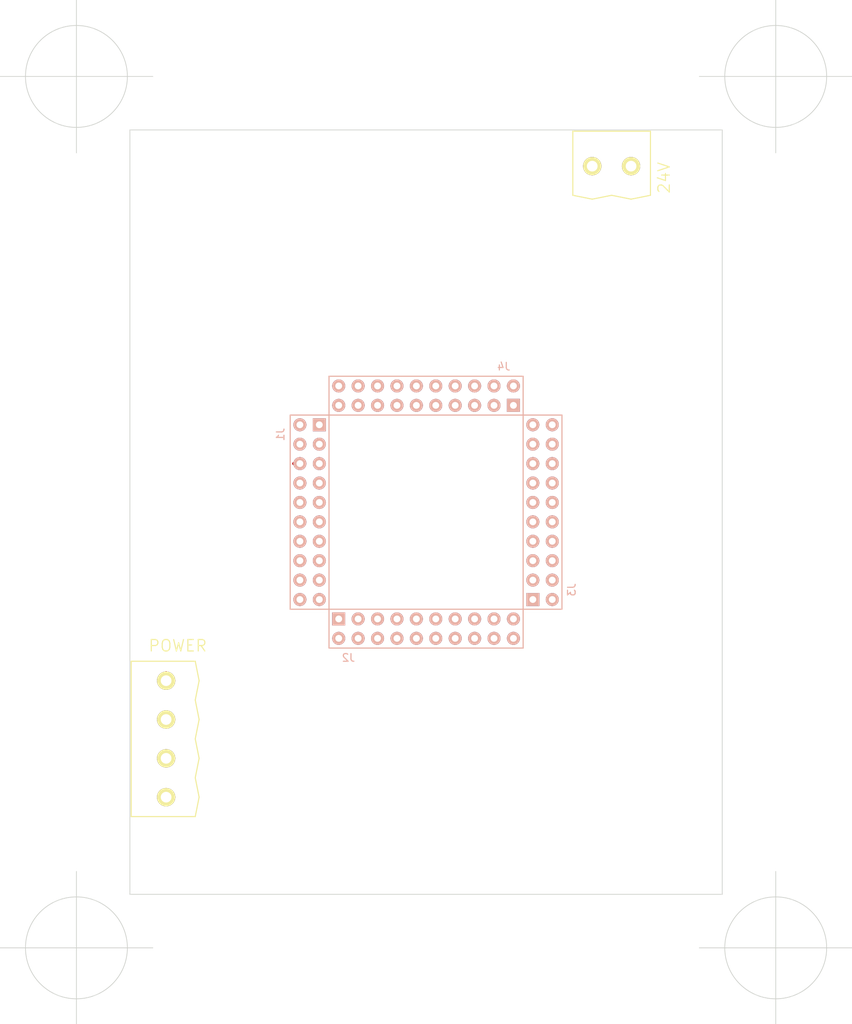
<source format=kicad_pcb>
(kicad_pcb (version 4) (host pcbnew "(2015-01-16 BZR 5376)-product")

  (general
    (links 7)
    (no_connects 6)
    (area 49.949999 49.949999 127.550001 150.050001)
    (thickness 1.6)
    (drawings 8)
    (tracks 12)
    (zones 0)
    (modules 6)
    (nets 80)
  )

  (page A4)
  (layers
    (0 F.Cu signal)
    (31 B.Cu signal hide)
    (32 B.Adhes user)
    (33 F.Adhes user)
    (34 B.Paste user)
    (35 F.Paste user)
    (36 B.SilkS user)
    (37 F.SilkS user)
    (38 B.Mask user)
    (39 F.Mask user)
    (40 Dwgs.User user)
    (41 Cmts.User user)
    (42 Eco1.User user)
    (43 Eco2.User user)
    (44 Edge.Cuts user)
    (45 Margin user)
    (46 B.CrtYd user)
    (47 F.CrtYd user)
    (48 B.Fab user)
    (49 F.Fab user)
  )

  (setup
    (last_trace_width 0.4)
    (user_trace_width 0.4)
    (user_trace_width 0.6)
    (user_trace_width 0.8)
    (trace_clearance 0.2)
    (zone_clearance 0.508)
    (zone_45_only no)
    (trace_min 0.2)
    (segment_width 0.2)
    (edge_width 0.1)
    (via_size 1.27)
    (via_drill 0.8)
    (via_min_size 0.4)
    (via_min_drill 0.3)
    (uvia_size 0.3)
    (uvia_drill 0.1)
    (uvias_allowed no)
    (uvia_min_size 0.2)
    (uvia_min_drill 0.1)
    (pcb_text_width 0.3)
    (pcb_text_size 1.5 1.5)
    (mod_edge_width 0.15)
    (mod_text_size 1 1)
    (mod_text_width 0.15)
    (pad_size 3 3)
    (pad_drill 3)
    (pad_to_mask_clearance 0)
    (aux_axis_origin 0 0)
    (visible_elements 7FFFFFFF)
    (pcbplotparams
      (layerselection 0x00030_80000001)
      (usegerberextensions false)
      (excludeedgelayer true)
      (linewidth 0.100000)
      (plotframeref false)
      (viasonmask false)
      (mode 1)
      (useauxorigin false)
      (hpglpennumber 1)
      (hpglpenspeed 20)
      (hpglpendiameter 15)
      (hpglpenoverlay 2)
      (psnegative false)
      (psa4output false)
      (plotreference true)
      (plotvalue true)
      (plotinvisibletext false)
      (padsonsilk false)
      (subtractmaskfromsilk false)
      (outputformat 1)
      (mirror false)
      (drillshape 1)
      (scaleselection 1)
      (outputdirectory ""))
  )

  (net 0 "")
  (net 1 GND)
  (net 2 +3.3V)
  (net 3 +5V)
  (net 4 RH3)
  (net 5 RH2)
  (net 6 RE0)
  (net 7 RE1)
  (net 8 RG0)
  (net 9 RG1)
  (net 10 RG2)
  (net 11 RG3)
  (net 12 ~MCLR)
  (net 13 RG4)
  (net 14 RH4)
  (net 15 RH5)
  (net 16 RA3)
  (net 17 RA2)
  (net 18 RA1)
  (net 19 RA0)
  (net 20 RJ7)
  (net 21 RJ6)
  (net 22 RC3)
  (net 23 RC2)
  (net 24 RC4)
  (net 25 RC5)
  (net 26 RB7)
  (net 27 RA7)
  (net 28 RA6)
  (net 29 RJ0)
  (net 30 RJ1)
  (net 31 RD6)
  (net 32 RD7)
  (net 33 RD5)
  (net 34 RD4)
  (net 35 RD3)
  (net 36 RD2)
  (net 37 RD1)
  (net 38 +14V)
  (net 39 +24V)
  (net 40 RE7)
  (net 41 RF2)
  (net 42 RE6)
  (net 43 RE4)
  (net 44 RE5)
  (net 45 RE2)
  (net 46 RE3)
  (net 47 RH0)
  (net 48 RA4)
  (net 49 VDDCORE)
  (net 50 RF7)
  (net 51 RF6)
  (net 52 RF5)
  (net 53 RF4)
  (net 54 RF3)
  (net 55 RH7)
  (net 56 RH6)
  (net 57 "Net-(J2-Pad11)")
  (net 58 "Net-(J2-Pad12)")
  (net 59 RA5)
  (net 60 RC1)
  (net 61 RC0)
  (net 62 RC6)
  (net 63 RC7)
  (net 64 RJ4)
  (net 65 RJ5)
  (net 66 RB6)
  (net 67 RB5)
  (net 68 RB4)
  (net 69 RB3)
  (net 70 RB2)
  (net 71 RB1)
  (net 72 RB0)
  (net 73 RJ3)
  (net 74 RJ2)
  (net 75 RD0)
  (net 76 RH1)
  (net 77 "Net-(J3-Pad7)")
  (net 78 "Net-(J3-Pad12)")
  (net 79 "Net-(J4-Pad12)")

  (net_class Default "This is the default net class."
    (clearance 0.2)
    (trace_width 0.4)
    (via_dia 1.27)
    (via_drill 0.8)
    (uvia_dia 0.3)
    (uvia_drill 0.1)
    (add_net +14V)
    (add_net +24V)
    (add_net +3.3V)
    (add_net +5V)
    (add_net GND)
    (add_net "Net-(J2-Pad11)")
    (add_net "Net-(J2-Pad12)")
    (add_net "Net-(J3-Pad12)")
    (add_net "Net-(J3-Pad7)")
    (add_net "Net-(J4-Pad12)")
    (add_net RA0)
    (add_net RA1)
    (add_net RA2)
    (add_net RA3)
    (add_net RA4)
    (add_net RA5)
    (add_net RA6)
    (add_net RA7)
    (add_net RB0)
    (add_net RB1)
    (add_net RB2)
    (add_net RB3)
    (add_net RB4)
    (add_net RB5)
    (add_net RB6)
    (add_net RB7)
    (add_net RC0)
    (add_net RC1)
    (add_net RC2)
    (add_net RC3)
    (add_net RC4)
    (add_net RC5)
    (add_net RC6)
    (add_net RC7)
    (add_net RD0)
    (add_net RD1)
    (add_net RD2)
    (add_net RD3)
    (add_net RD4)
    (add_net RD5)
    (add_net RD6)
    (add_net RD7)
    (add_net RE0)
    (add_net RE1)
    (add_net RE2)
    (add_net RE3)
    (add_net RE4)
    (add_net RE5)
    (add_net RE6)
    (add_net RE7)
    (add_net RF2)
    (add_net RF3)
    (add_net RF4)
    (add_net RF5)
    (add_net RF6)
    (add_net RF7)
    (add_net RG0)
    (add_net RG1)
    (add_net RG2)
    (add_net RG3)
    (add_net RG4)
    (add_net RH0)
    (add_net RH1)
    (add_net RH2)
    (add_net RH3)
    (add_net RH4)
    (add_net RH5)
    (add_net RH6)
    (add_net RH7)
    (add_net RJ0)
    (add_net RJ1)
    (add_net RJ2)
    (add_net RJ3)
    (add_net RJ4)
    (add_net RJ5)
    (add_net RJ6)
    (add_net RJ7)
    (add_net VDDCORE)
    (add_net ~MCLR)
  )

  (module bjh-kicad-connector-fp:Weidmuller-SL-5.08-Vertical-4Pole (layer F.Cu) (tedit 55B8C929) (tstamp 55B8E00D)
    (at 54.737 137.287 90)
    (path /558930F3/55B8A23C)
    (fp_text reference J5 (at 4.572 -5.588 90) (layer F.SilkS) hide
      (effects (font (size 1.5 1.5) (thickness 0.15)))
    )
    (fp_text value POWER (at 19.812 1.524 180) (layer F.SilkS)
      (effects (font (size 1.5 1.5) (thickness 0.15)))
    )
    (fp_line (start -2.54 3.81) (end 0 4.318) (layer F.SilkS) (width 0.15))
    (fp_line (start 0 4.318) (end 2.54 3.81) (layer F.SilkS) (width 0.15))
    (fp_line (start 2.54 3.81) (end 5.08 4.318) (layer F.SilkS) (width 0.15))
    (fp_line (start 5.08 4.318) (end 7.62 3.81) (layer F.SilkS) (width 0.15))
    (fp_line (start 7.62 3.81) (end 10.16 4.318) (layer F.SilkS) (width 0.15))
    (fp_line (start 10.16 4.318) (end 12.7 3.81) (layer F.SilkS) (width 0.15))
    (fp_line (start 12.7 3.81) (end 15.24 4.318) (layer F.SilkS) (width 0.15))
    (fp_line (start 15.24 4.318) (end 17.78 3.81) (layer F.SilkS) (width 0.15))
    (fp_line (start -2.54 -4.572) (end 17.78 -4.572) (layer F.SilkS) (width 0.15))
    (fp_line (start 17.78 -4.572) (end 17.78 3.81) (layer F.SilkS) (width 0.15))
    (fp_line (start -2.54 -4.572) (end -2.54 3.81) (layer F.SilkS) (width 0.15))
    (pad 1 thru_hole circle (at 0 0 90) (size 2.4 2.4) (drill 1.4) (layers *.Cu *.Mask F.SilkS)
      (net 38 +14V))
    (pad 2 thru_hole circle (at 5.08 0 90) (size 2.4 2.4) (drill 1.4) (layers *.Cu *.Mask F.SilkS)
      (net 3 +5V))
    (pad 3 thru_hole circle (at 10.16 0 90) (size 2.4 2.4) (drill 1.4) (layers *.Cu *.Mask F.SilkS)
      (net 2 +3.3V))
    (pad 4 thru_hole circle (at 15.24 0 90) (size 2.4 2.4) (drill 1.4) (layers *.Cu *.Mask F.SilkS)
      (net 1 GND))
  )

  (module bjh-kicad-connector-fp:RCPT-2row-2.54mm-20way (layer B.Cu) (tedit 5537B95E) (tstamp 55B787C3)
    (at 73.51 88.57 270)
    (path /558930F3/558930FC)
    (fp_text reference J1 (at 1.27 3.81 270) (layer B.SilkS)
      (effects (font (size 1 1) (thickness 0.15)) (justify mirror))
    )
    (fp_text value CONN_02X10 (at 1.27 -3.81 270) (layer B.Fab) hide
      (effects (font (size 1 1) (thickness 0.15)) (justify mirror))
    )
    (fp_line (start 24.13 2.54) (end -1.27 2.54) (layer B.SilkS) (width 0.15))
    (fp_line (start 24.13 2.54) (end 24.13 -2.54) (layer B.SilkS) (width 0.15))
    (fp_line (start 24.13 -2.54) (end -1.27 -2.54) (layer B.SilkS) (width 0.15))
    (fp_line (start -1.27 2.5015) (end -1.27 -2.5015) (layer B.SilkS) (width 0.15))
    (pad 2 thru_hole circle (at 0 1.27 270) (size 1.7 1.7) (drill 0.89) (layers *.Cu *.Mask B.SilkS)
      (net 5 RH2))
    (pad 1 thru_hole rect (at 0 -1.27 270) (size 1.7 1.7) (drill 0.89) (layers *.Cu *.Mask B.SilkS)
      (net 4 RH3))
    (pad 4 thru_hole circle (at 2.54 1.27 270) (size 1.7 1.7) (drill 0.89) (layers *.Cu *.Mask B.SilkS)
      (net 7 RE1))
    (pad 3 thru_hole circle (at 2.54 -1.27 270) (size 1.7 1.7) (drill 0.89) (layers *.Cu *.Mask B.SilkS)
      (net 6 RE0))
    (pad 5 thru_hole circle (at 5.08 -1.27 270) (size 1.7 1.7) (drill 0.89) (layers *.Cu *.Mask B.SilkS)
      (net 9 RG1))
    (pad 6 thru_hole circle (at 5.08 1.27 270) (size 1.7 1.7) (drill 0.89) (layers *.Cu *.Mask B.SilkS)
      (net 8 RG0))
    (pad 7 thru_hole circle (at 7.62 -1.27 270) (size 1.7 1.7) (drill 0.89) (layers *.Cu *.Mask B.SilkS)
      (net 11 RG3))
    (pad 8 thru_hole circle (at 7.62 1.27 270) (size 1.7 1.7) (drill 0.89) (layers *.Cu *.Mask B.SilkS)
      (net 10 RG2))
    (pad 9 thru_hole circle (at 10.16 -1.27 270) (size 1.7 1.7) (drill 0.89) (layers *.Cu *.Mask B.SilkS)
      (net 13 RG4))
    (pad 10 thru_hole circle (at 10.16 1.27 270) (size 1.7 1.7) (drill 0.89) (layers *.Cu *.Mask B.SilkS)
      (net 12 ~MCLR))
    (pad 11 thru_hole circle (at 12.7 -1.27 270) (size 1.7 1.7) (drill 0.89) (layers *.Cu *.Mask B.SilkS)
      (net 49 VDDCORE))
    (pad 12 thru_hole circle (at 12.7 1.27 270) (size 1.7 1.7) (drill 0.89) (layers *.Cu *.Mask B.SilkS)
      (net 1 GND))
    (pad 13 thru_hole circle (at 15.24 -1.27 270) (size 1.7 1.7) (drill 0.89) (layers *.Cu *.Mask B.SilkS)
      (net 51 RF6))
    (pad 14 thru_hole circle (at 15.24 1.27 270) (size 1.7 1.7) (drill 0.89) (layers *.Cu *.Mask B.SilkS)
      (net 50 RF7))
    (pad 15 thru_hole circle (at 17.78 -1.27 270) (size 1.7 1.7) (drill 0.89) (layers *.Cu *.Mask B.SilkS)
      (net 53 RF4))
    (pad 16 thru_hole circle (at 17.78 1.27 270) (size 1.7 1.7) (drill 0.89) (layers *.Cu *.Mask B.SilkS)
      (net 52 RF5))
    (pad 17 thru_hole circle (at 20.32 -1.27 270) (size 1.7 1.7) (drill 0.89) (layers *.Cu *.Mask B.SilkS)
      (net 41 RF2))
    (pad 18 thru_hole circle (at 20.32 1.27 270) (size 1.7 1.7) (drill 0.89) (layers *.Cu *.Mask B.SilkS)
      (net 54 RF3))
    (pad 19 thru_hole circle (at 22.86 -1.27 270) (size 1.7 1.7) (drill 0.89) (layers *.Cu *.Mask B.SilkS)
      (net 56 RH6))
    (pad 20 thru_hole circle (at 22.86 1.27 270) (size 1.7 1.7) (drill 0.89) (layers *.Cu *.Mask B.SilkS)
      (net 55 RH7))
  )

  (module bjh-kicad-connector-fp:RCPT-2row-2.54mm-20way (layer B.Cu) (tedit 5537B95E) (tstamp 55B787DA)
    (at 77.32 115.24)
    (path /558930F3/558931C8)
    (fp_text reference J2 (at 1.27 3.81) (layer B.SilkS)
      (effects (font (size 1 1) (thickness 0.15)) (justify mirror))
    )
    (fp_text value CONN_02X10 (at 1.27 -3.81) (layer B.Fab) hide
      (effects (font (size 1 1) (thickness 0.15)) (justify mirror))
    )
    (fp_line (start 24.13 2.54) (end -1.27 2.54) (layer B.SilkS) (width 0.15))
    (fp_line (start 24.13 2.54) (end 24.13 -2.54) (layer B.SilkS) (width 0.15))
    (fp_line (start 24.13 -2.54) (end -1.27 -2.54) (layer B.SilkS) (width 0.15))
    (fp_line (start -1.27 2.5015) (end -1.27 -2.5015) (layer B.SilkS) (width 0.15))
    (pad 2 thru_hole circle (at 0 1.27) (size 1.7 1.7) (drill 0.89) (layers *.Cu *.Mask B.SilkS)
      (net 15 RH5))
    (pad 1 thru_hole rect (at 0 -1.27) (size 1.7 1.7) (drill 0.89) (layers *.Cu *.Mask B.SilkS)
      (net 14 RH4))
    (pad 4 thru_hole circle (at 2.54 1.27) (size 1.7 1.7) (drill 0.89) (layers *.Cu *.Mask B.SilkS)
      (net 2 +3.3V))
    (pad 3 thru_hole circle (at 2.54 -1.27) (size 1.7 1.7) (drill 0.89) (layers *.Cu *.Mask B.SilkS)
      (net 1 GND))
    (pad 5 thru_hole circle (at 5.08 -1.27) (size 1.7 1.7) (drill 0.89) (layers *.Cu *.Mask B.SilkS)
      (net 1 GND))
    (pad 6 thru_hole circle (at 5.08 1.27) (size 1.7 1.7) (drill 0.89) (layers *.Cu *.Mask B.SilkS)
      (net 2 +3.3V))
    (pad 7 thru_hole circle (at 7.62 -1.27) (size 1.7 1.7) (drill 0.89) (layers *.Cu *.Mask B.SilkS)
      (net 17 RA2))
    (pad 8 thru_hole circle (at 7.62 1.27) (size 1.7 1.7) (drill 0.89) (layers *.Cu *.Mask B.SilkS)
      (net 16 RA3))
    (pad 9 thru_hole circle (at 10.16 -1.27) (size 1.7 1.7) (drill 0.89) (layers *.Cu *.Mask B.SilkS)
      (net 19 RA0))
    (pad 10 thru_hole circle (at 10.16 1.27) (size 1.7 1.7) (drill 0.89) (layers *.Cu *.Mask B.SilkS)
      (net 18 RA1))
    (pad 11 thru_hole circle (at 12.7 -1.27) (size 1.7 1.7) (drill 0.89) (layers *.Cu *.Mask B.SilkS)
      (net 57 "Net-(J2-Pad11)"))
    (pad 12 thru_hole circle (at 12.7 1.27) (size 1.7 1.7) (drill 0.89) (layers *.Cu *.Mask B.SilkS)
      (net 58 "Net-(J2-Pad12)"))
    (pad 13 thru_hole circle (at 15.24 -1.27) (size 1.7 1.7) (drill 0.89) (layers *.Cu *.Mask B.SilkS)
      (net 48 RA4))
    (pad 14 thru_hole circle (at 15.24 1.27) (size 1.7 1.7) (drill 0.89) (layers *.Cu *.Mask B.SilkS)
      (net 59 RA5))
    (pad 15 thru_hole circle (at 17.78 -1.27) (size 1.7 1.7) (drill 0.89) (layers *.Cu *.Mask B.SilkS)
      (net 61 RC0))
    (pad 16 thru_hole circle (at 17.78 1.27) (size 1.7 1.7) (drill 0.89) (layers *.Cu *.Mask B.SilkS)
      (net 60 RC1))
    (pad 17 thru_hole circle (at 20.32 -1.27) (size 1.7 1.7) (drill 0.89) (layers *.Cu *.Mask B.SilkS)
      (net 63 RC7))
    (pad 18 thru_hole circle (at 20.32 1.27) (size 1.7 1.7) (drill 0.89) (layers *.Cu *.Mask B.SilkS)
      (net 62 RC6))
    (pad 19 thru_hole circle (at 22.86 -1.27) (size 1.7 1.7) (drill 0.89) (layers *.Cu *.Mask B.SilkS)
      (net 65 RJ5))
    (pad 20 thru_hole circle (at 22.86 1.27) (size 1.7 1.7) (drill 0.89) (layers *.Cu *.Mask B.SilkS)
      (net 64 RJ4))
  )

  (module bjh-kicad-connector-fp:RCPT-2row-2.54mm-20way (layer B.Cu) (tedit 5537B95E) (tstamp 55B787F1)
    (at 103.99 111.43 90)
    (path /558930F3/5589321A)
    (fp_text reference J3 (at 1.27 3.81 90) (layer B.SilkS)
      (effects (font (size 1 1) (thickness 0.15)) (justify mirror))
    )
    (fp_text value CONN_02X10 (at 1.27 -3.81 90) (layer B.Fab) hide
      (effects (font (size 1 1) (thickness 0.15)) (justify mirror))
    )
    (fp_line (start 24.13 2.54) (end -1.27 2.54) (layer B.SilkS) (width 0.15))
    (fp_line (start 24.13 2.54) (end 24.13 -2.54) (layer B.SilkS) (width 0.15))
    (fp_line (start 24.13 -2.54) (end -1.27 -2.54) (layer B.SilkS) (width 0.15))
    (fp_line (start -1.27 2.5015) (end -1.27 -2.5015) (layer B.SilkS) (width 0.15))
    (pad 2 thru_hole circle (at 0 1.27 90) (size 1.7 1.7) (drill 0.89) (layers *.Cu *.Mask B.SilkS)
      (net 21 RJ6))
    (pad 1 thru_hole rect (at 0 -1.27 90) (size 1.7 1.7) (drill 0.89) (layers *.Cu *.Mask B.SilkS)
      (net 20 RJ7))
    (pad 4 thru_hole circle (at 2.54 1.27 90) (size 1.7 1.7) (drill 0.89) (layers *.Cu *.Mask B.SilkS)
      (net 23 RC2))
    (pad 3 thru_hole circle (at 2.54 -1.27 90) (size 1.7 1.7) (drill 0.89) (layers *.Cu *.Mask B.SilkS)
      (net 22 RC3))
    (pad 5 thru_hole circle (at 5.08 -1.27 90) (size 1.7 1.7) (drill 0.89) (layers *.Cu *.Mask B.SilkS)
      (net 25 RC5))
    (pad 6 thru_hole circle (at 5.08 1.27 90) (size 1.7 1.7) (drill 0.89) (layers *.Cu *.Mask B.SilkS)
      (net 24 RC4))
    (pad 7 thru_hole circle (at 7.62 -1.27 90) (size 1.7 1.7) (drill 0.89) (layers *.Cu *.Mask B.SilkS)
      (net 77 "Net-(J3-Pad7)"))
    (pad 8 thru_hole circle (at 7.62 1.27 90) (size 1.7 1.7) (drill 0.89) (layers *.Cu *.Mask B.SilkS)
      (net 26 RB7))
    (pad 9 thru_hole circle (at 10.16 -1.27 90) (size 1.7 1.7) (drill 0.89) (layers *.Cu *.Mask B.SilkS)
      (net 28 RA6))
    (pad 10 thru_hole circle (at 10.16 1.27 90) (size 1.7 1.7) (drill 0.89) (layers *.Cu *.Mask B.SilkS)
      (net 27 RA7))
    (pad 11 thru_hole circle (at 12.7 -1.27 90) (size 1.7 1.7) (drill 0.89) (layers *.Cu *.Mask B.SilkS)
      (net 66 RB6))
    (pad 12 thru_hole circle (at 12.7 1.27 90) (size 1.7 1.7) (drill 0.89) (layers *.Cu *.Mask B.SilkS)
      (net 78 "Net-(J3-Pad12)"))
    (pad 13 thru_hole circle (at 15.24 -1.27 90) (size 1.7 1.7) (drill 0.89) (layers *.Cu *.Mask B.SilkS)
      (net 68 RB4))
    (pad 14 thru_hole circle (at 15.24 1.27 90) (size 1.7 1.7) (drill 0.89) (layers *.Cu *.Mask B.SilkS)
      (net 67 RB5))
    (pad 15 thru_hole circle (at 17.78 -1.27 90) (size 1.7 1.7) (drill 0.89) (layers *.Cu *.Mask B.SilkS)
      (net 70 RB2))
    (pad 16 thru_hole circle (at 17.78 1.27 90) (size 1.7 1.7) (drill 0.89) (layers *.Cu *.Mask B.SilkS)
      (net 69 RB3))
    (pad 17 thru_hole circle (at 20.32 -1.27 90) (size 1.7 1.7) (drill 0.89) (layers *.Cu *.Mask B.SilkS)
      (net 72 RB0))
    (pad 18 thru_hole circle (at 20.32 1.27 90) (size 1.7 1.7) (drill 0.89) (layers *.Cu *.Mask B.SilkS)
      (net 71 RB1))
    (pad 19 thru_hole circle (at 22.86 -1.27 90) (size 1.7 1.7) (drill 0.89) (layers *.Cu *.Mask B.SilkS)
      (net 74 RJ2))
    (pad 20 thru_hole circle (at 22.86 1.27 90) (size 1.7 1.7) (drill 0.89) (layers *.Cu *.Mask B.SilkS)
      (net 73 RJ3))
  )

  (module bjh-kicad-connector-fp:RCPT-2row-2.54mm-20way (layer B.Cu) (tedit 5537B95E) (tstamp 55B78808)
    (at 100.18 84.76 180)
    (path /558930F3/55893262)
    (fp_text reference J4 (at 1.27 3.81 180) (layer B.SilkS)
      (effects (font (size 1 1) (thickness 0.15)) (justify mirror))
    )
    (fp_text value CONN_02X10 (at 1.27 -3.81 180) (layer B.Fab) hide
      (effects (font (size 1 1) (thickness 0.15)) (justify mirror))
    )
    (fp_line (start 24.13 2.54) (end -1.27 2.54) (layer B.SilkS) (width 0.15))
    (fp_line (start 24.13 2.54) (end 24.13 -2.54) (layer B.SilkS) (width 0.15))
    (fp_line (start 24.13 -2.54) (end -1.27 -2.54) (layer B.SilkS) (width 0.15))
    (fp_line (start -1.27 2.5015) (end -1.27 -2.5015) (layer B.SilkS) (width 0.15))
    (pad 2 thru_hole circle (at 0 1.27 180) (size 1.7 1.7) (drill 0.89) (layers *.Cu *.Mask B.SilkS)
      (net 30 RJ1))
    (pad 1 thru_hole rect (at 0 -1.27 180) (size 1.7 1.7) (drill 0.89) (layers *.Cu *.Mask B.SilkS)
      (net 29 RJ0))
    (pad 4 thru_hole circle (at 2.54 1.27 180) (size 1.7 1.7) (drill 0.89) (layers *.Cu *.Mask B.SilkS)
      (net 32 RD7))
    (pad 3 thru_hole circle (at 2.54 -1.27 180) (size 1.7 1.7) (drill 0.89) (layers *.Cu *.Mask B.SilkS)
      (net 31 RD6))
    (pad 5 thru_hole circle (at 5.08 -1.27 180) (size 1.7 1.7) (drill 0.89) (layers *.Cu *.Mask B.SilkS)
      (net 34 RD4))
    (pad 6 thru_hole circle (at 5.08 1.27 180) (size 1.7 1.7) (drill 0.89) (layers *.Cu *.Mask B.SilkS)
      (net 33 RD5))
    (pad 7 thru_hole circle (at 7.62 -1.27 180) (size 1.7 1.7) (drill 0.89) (layers *.Cu *.Mask B.SilkS)
      (net 36 RD2))
    (pad 8 thru_hole circle (at 7.62 1.27 180) (size 1.7 1.7) (drill 0.89) (layers *.Cu *.Mask B.SilkS)
      (net 35 RD3))
    (pad 9 thru_hole circle (at 10.16 -1.27 180) (size 1.7 1.7) (drill 0.89) (layers *.Cu *.Mask B.SilkS)
      (net 1 GND))
    (pad 10 thru_hole circle (at 10.16 1.27 180) (size 1.7 1.7) (drill 0.89) (layers *.Cu *.Mask B.SilkS)
      (net 37 RD1))
    (pad 11 thru_hole circle (at 12.7 -1.27 180) (size 1.7 1.7) (drill 0.89) (layers *.Cu *.Mask B.SilkS)
      (net 75 RD0))
    (pad 12 thru_hole circle (at 12.7 1.27 180) (size 1.7 1.7) (drill 0.89) (layers *.Cu *.Mask B.SilkS)
      (net 79 "Net-(J4-Pad12)"))
    (pad 13 thru_hole circle (at 15.24 -1.27 180) (size 1.7 1.7) (drill 0.89) (layers *.Cu *.Mask B.SilkS)
      (net 42 RE6))
    (pad 14 thru_hole circle (at 15.24 1.27 180) (size 1.7 1.7) (drill 0.89) (layers *.Cu *.Mask B.SilkS)
      (net 40 RE7))
    (pad 15 thru_hole circle (at 17.78 -1.27 180) (size 1.7 1.7) (drill 0.89) (layers *.Cu *.Mask B.SilkS)
      (net 43 RE4))
    (pad 16 thru_hole circle (at 17.78 1.27 180) (size 1.7 1.7) (drill 0.89) (layers *.Cu *.Mask B.SilkS)
      (net 44 RE5))
    (pad 17 thru_hole circle (at 20.32 -1.27 180) (size 1.7 1.7) (drill 0.89) (layers *.Cu *.Mask B.SilkS)
      (net 45 RE2))
    (pad 18 thru_hole circle (at 20.32 1.27 180) (size 1.7 1.7) (drill 0.89) (layers *.Cu *.Mask B.SilkS)
      (net 46 RE3))
    (pad 19 thru_hole circle (at 22.86 -1.27 180) (size 1.7 1.7) (drill 0.89) (layers *.Cu *.Mask B.SilkS)
      (net 76 RH1))
    (pad 20 thru_hole circle (at 22.86 1.27 180) (size 1.7 1.7) (drill 0.89) (layers *.Cu *.Mask B.SilkS)
      (net 47 RH0))
  )

  (module bjh-kicad-connector-fp:Weidmuller-SL-5.08-Vertical-2Pole (layer F.Cu) (tedit 55B8C871) (tstamp 55B8E014)
    (at 110.49 54.737)
    (path /558930F3/55B8A298)
    (fp_text reference J6 (at 4.572 -5.588) (layer F.SilkS) hide
      (effects (font (size 1.5 1.5) (thickness 0.15)))
    )
    (fp_text value 24V (at 9.398 1.524 90) (layer F.SilkS)
      (effects (font (size 1.5 1.5) (thickness 0.15)))
    )
    (fp_line (start -2.54 3.81) (end 0 4.318) (layer F.SilkS) (width 0.15))
    (fp_line (start 0 4.318) (end 2.54 3.81) (layer F.SilkS) (width 0.15))
    (fp_line (start 2.54 3.81) (end 5.08 4.318) (layer F.SilkS) (width 0.15))
    (fp_line (start 5.08 4.318) (end 7.62 3.81) (layer F.SilkS) (width 0.15))
    (fp_line (start 7.62 -4.572) (end 7.62 3.81) (layer F.SilkS) (width 0.15))
    (fp_line (start -2.54 -4.572) (end -2.54 3.81) (layer F.SilkS) (width 0.15))
    (fp_line (start -2.54 -4.572) (end 7.62 -4.572) (layer F.SilkS) (width 0.15))
    (pad 1 thru_hole circle (at 0 0) (size 2.4 2.4) (drill 1.4) (layers *.Cu *.Mask F.SilkS)
      (net 39 +24V))
    (pad 2 thru_hole circle (at 5.08 0) (size 2.4 2.4) (drill 1.4) (layers *.Cu *.Mask F.SilkS)
      (net 1 GND))
  )

  (target plus (at 43 157) (size 20) (width 0.1) (layer Edge.Cuts))
  (target plus (at 134.5 157) (size 20) (width 0.1) (layer Edge.Cuts))
  (target plus (at 134.5 43) (size 20) (width 0.1) (layer Edge.Cuts))
  (target plus (at 43 43) (size 20) (width 0.1) (layer Edge.Cuts))
  (gr_line (start 127.5 50) (end 127.5 150) (angle 90) (layer Edge.Cuts) (width 0.1))
  (gr_line (start 50 150) (end 127.5 150) (angle 90) (layer Edge.Cuts) (width 0.1))
  (gr_line (start 50 50) (end 50 150) (angle 90) (layer Edge.Cuts) (width 0.1))
  (gr_line (start 50 50) (end 127.5 50) (angle 90) (layer Edge.Cuts) (width 0.1))

  (segment (start 54.737 122.047) (end 54.737 121.007) (width 0.4) (layer F.Cu) (net 1))
  (segment (start 54.737 122.047) (end 53.983 122.047) (width 0.4) (layer F.Cu) (net 1))
  (segment (start 54.737 127.127) (end 55.6459 127.127) (width 0.4) (layer F.Cu) (net 2))
  (segment (start 71.42 93.65) (end 72.24 93.65) (width 0.4) (layer F.Cu) (net 8) (tstamp 55DC2E6D))
  (segment (start 105.7991 111.43) (end 105.26 111.43) (width 0.4) (layer F.Cu) (net 21))
  (segment (start 54.737 137.287) (end 53.817 137.287) (width 0.4) (layer B.Cu) (net 38))
  (segment (start 54.737 137.287) (end 54.737 137.3322) (width 0.4) (layer F.Cu) (net 38))
  (segment (start 74.78 108.89) (end 74.79 108.89) (width 0.4) (layer F.Cu) (net 41))
  (segment (start 74.78 108.89) (end 74.78 108.82) (width 0.4) (layer F.Cu) (net 41))
  (segment (start 74.78 108.89) (end 74.9958 109.1057) (width 0.4) (layer F.Cu) (net 41))
  (segment (start 84.85124 86.11876) (end 84.94 86.03) (width 0.4) (layer F.Cu) (net 42) (tstamp 55DEE523))
  (segment (start 77.32 83.49) (end 77.263 83.433) (width 0.4) (layer F.Cu) (net 47))

)

</source>
